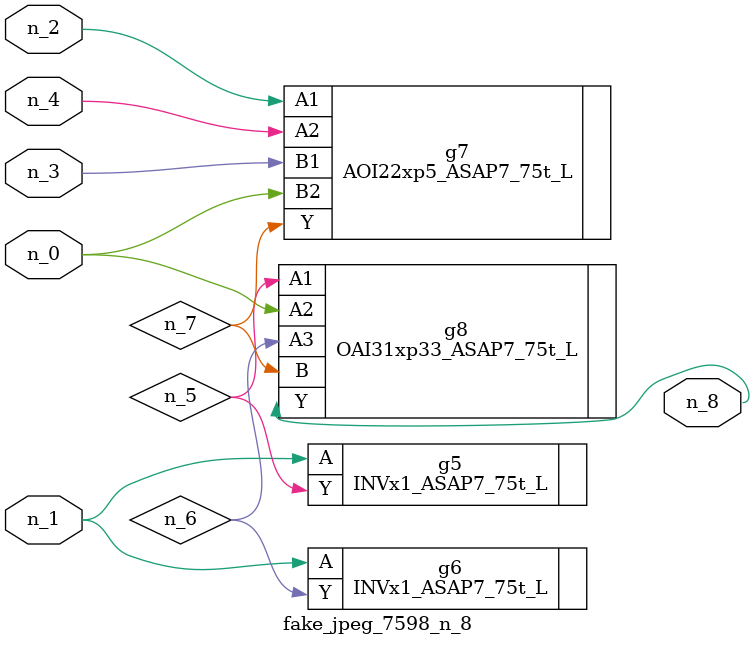
<source format=v>
module fake_jpeg_7598_n_8 (n_3, n_2, n_1, n_0, n_4, n_8);

input n_3;
input n_2;
input n_1;
input n_0;
input n_4;

output n_8;

wire n_6;
wire n_5;
wire n_7;

INVx1_ASAP7_75t_L g5 ( 
.A(n_1),
.Y(n_5)
);

INVx1_ASAP7_75t_L g6 ( 
.A(n_1),
.Y(n_6)
);

AOI22xp5_ASAP7_75t_L g7 ( 
.A1(n_2),
.A2(n_4),
.B1(n_3),
.B2(n_0),
.Y(n_7)
);

OAI31xp33_ASAP7_75t_L g8 ( 
.A1(n_5),
.A2(n_0),
.A3(n_6),
.B(n_7),
.Y(n_8)
);


endmodule
</source>
